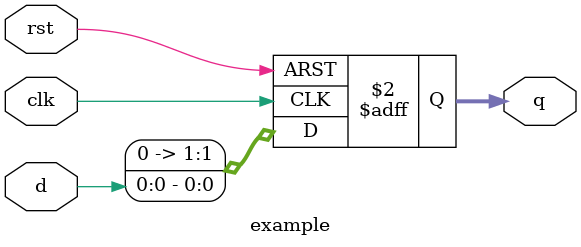
<source format=sv>
module example (
    input logic clk,
    input logic rst,
    input logic d,
    output logic [1:0] q
);

always_ff @( posedge clk, posedge rst ) begin
    if (rst)
        q <= '0;
    else
        q <= d; // this causes a linting error (WIDTHEXPAND)
end

endmodule

</source>
